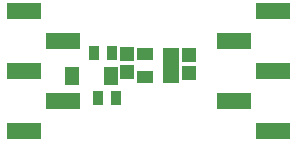
<source format=gbs>
G04 #@! TF.FileFunction,Soldermask,Bot*
%FSLAX46Y46*%
G04 Gerber Fmt 4.6, Leading zero omitted, Abs format (unit mm)*
G04 Created by KiCad (PCBNEW 4.0.7) date 09/29/18 01:33:36*
%MOMM*%
%LPD*%
G01*
G04 APERTURE LIST*
%ADD10C,0.100000*%
%ADD11R,0.900000X1.300000*%
%ADD12R,1.150000X1.200000*%
%ADD13R,2.910000X1.400000*%
%ADD14R,1.460000X1.050000*%
%ADD15R,1.300000X1.600000*%
G04 APERTURE END LIST*
D10*
D11*
X130544000Y-105410000D03*
X129044000Y-105410000D03*
X130226500Y-101536500D03*
X128726500Y-101536500D03*
D12*
X136715500Y-103239000D03*
X136715500Y-101739000D03*
D13*
X126115000Y-100584000D03*
X126115000Y-105664000D03*
X122805000Y-98044000D03*
X122805000Y-103124000D03*
X122805000Y-108204000D03*
X143895000Y-98044000D03*
X143895000Y-103124000D03*
X143895000Y-108204000D03*
X140585000Y-100584000D03*
X140585000Y-105664000D03*
D12*
X131508500Y-103175500D03*
X131508500Y-101675500D03*
D14*
X135212000Y-101666000D03*
X135212000Y-102616000D03*
X135212000Y-103566000D03*
X133012000Y-103566000D03*
X133012000Y-101666000D03*
D15*
X130110500Y-103505000D03*
X126810500Y-103505000D03*
M02*

</source>
